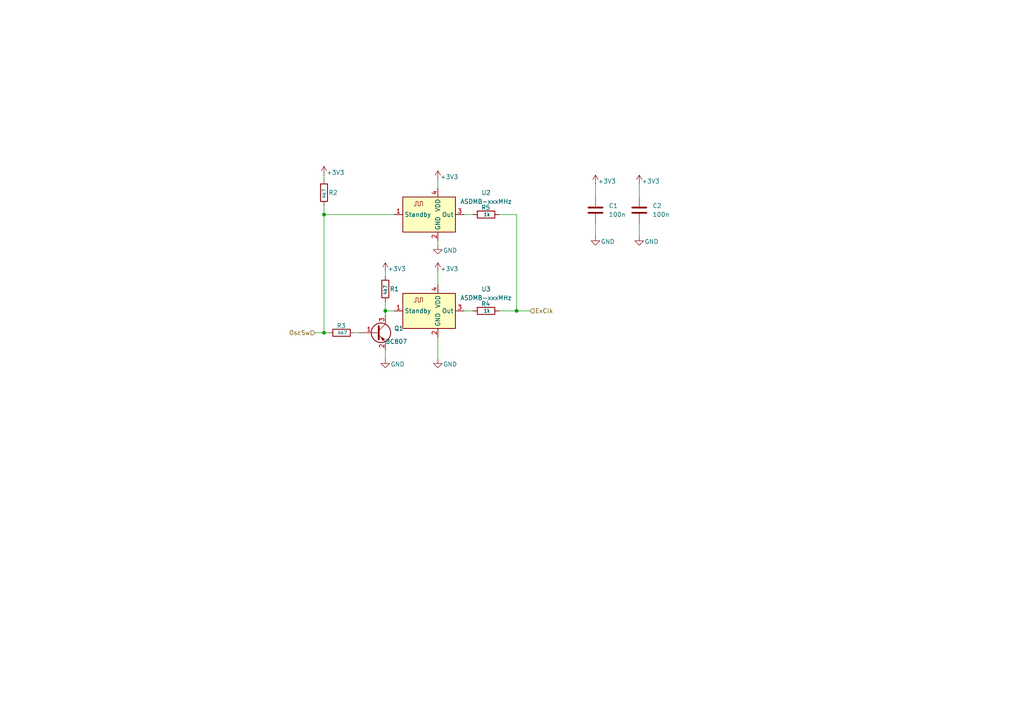
<source format=kicad_sch>
(kicad_sch (version 20231120) (generator "eeschema") (generator_version "8.0")
  (paper "A4")
  (lib_symbols
    (symbol "Device:C" (pin_numbers hide) (pin_names (offset 0.254))
      (property "Reference" "C" (at 0.635 2.54 0))
      (property "Value" "C" (at 0.635 -2.54 0))
      (symbol "C_0_1"
        (polyline (pts (xy -2.032 -0.762) (xy 2.032 -0.762)) (stroke (width 0.508)))
        (polyline (pts (xy -2.032 0.762) (xy 2.032 0.762)) (stroke (width 0.508)))
      )
      (symbol "C_1_1"
        (pin passive line (at 0 3.81 270) (length 2.794) (name "~") (number "1"))
        (pin passive line (at 0 -3.81 90) (length 2.794) (name "~") (number "2"))
      )
    )
    (symbol "Device:R" (pin_numbers hide) (pin_names (offset 0))
      (property "Reference" "R" (at 2.032 0 90))
      (property "Value" "R" (at 0 0 90))
      (symbol "R_0_1"
        (rectangle (start -1.016 -2.54) (end 1.016 2.54) (stroke (width 0.254)))
      )
      (symbol "R_1_1"
        (pin passive line (at 0 3.81 270) (length 1.27) (name "~") (number "1"))
        (pin passive line (at 0 -3.81 90) (length 1.27) (name "~") (number "2"))
      )
    )
    (symbol "Oscillator:ASDMB-xxxMHz"
      (property "Reference" "U" (at -6.35 6.35 0))
      (property "Value" "ASDMB-xxxMHz" (at 11.43 6.35 0))
      (symbol "ASDMB-xxxMHz_1_1"
        (rectangle (start -7.62 5.08) (end 7.62 -5.08) (stroke (width 0.254)) (fill (type background)))
        (polyline (pts (xy -4.445 2.54) (xy -3.81 2.54) (xy -3.81 3.81) (xy -3.175 3.81) (xy -3.175 2.54) (xy -2.54 2.54) (xy -2.54 3.81) (xy -1.905 3.81) (xy -1.905 2.54)))
        (pin input line (at -10.16 0 0) (length 2.54) (name "Standby") (number "1"))
        (pin power_in line (at 2.54 -7.62 90) (length 2.54) (name "GND") (number "2"))
        (pin output line (at 10.16 0 180) (length 2.54) (name "Out") (number "3"))
        (pin power_in line (at 2.54 7.62 270) (length 2.54) (name "VDD") (number "4"))
      )
    )
    (symbol "Transistor_BJT:BC807" (pin_names (offset 0) hide)
      (property "Reference" "Q" (at 5.08 1.905 0))
      (property "Value" "BC807" (at 5.08 0 0))
      (symbol "BC807_0_1"
        (polyline (pts (xy 0.635 0.635) (xy 2.54 2.54)))
        (polyline (pts (xy 0.635 -0.635) (xy 2.54 -2.54) (xy 2.54 -2.54)))
        (polyline (pts (xy 0.635 1.905) (xy 0.635 -1.905) (xy 0.635 -1.905)) (stroke (width 0.508)))
        (polyline (pts (xy 2.286 -1.778) (xy 1.778 -2.286) (xy 1.27 -1.27) (xy 2.286 -1.778) (xy 2.286 -1.778)) (fill (type outline)))
        (circle (center 1.27 0) (radius 2.8194) (stroke (width 0.254)))
      )
      (symbol "BC807_1_1"
        (pin input line (at -5.08 0 0) (length 5.715) (name "B") (number "1"))
        (pin passive line (at 2.54 -5.08 90) (length 2.54) (name "E") (number "2"))
        (pin passive line (at 2.54 5.08 270) (length 2.54) (name "C") (number "3"))
      )
    )
    (symbol "power:+3V3" (power) (pin_numbers hide) (pin_names (offset 0) hide)
      (property "Value" "+3V3" (at 0 3.556 0))
      (symbol "+3V3_0_1"
        (polyline (pts (xy -0.762 1.27) (xy 0 2.54)))
        (polyline (pts (xy 0 0) (xy 0 2.54)))
        (polyline (pts (xy 0 2.54) (xy 0.762 1.27)))
      )
      (symbol "+3V3_1_1"
        (pin power_in line (at 0 0 90) (length 0) (name "~") (number "1"))
      )
    )
    (symbol "power:GND" (power) (pin_numbers hide) (pin_names (offset 0) hide)
      (property "Value" "GND" (at 0 -3.81 0))
      (symbol "GND_0_1"
        (polyline (pts (xy 0 0) (xy 0 -1.27) (xy 1.27 -1.27) (xy 0 -2.54) (xy -1.27 -1.27) (xy 0 -1.27)))
      )
      (symbol "GND_1_1"
        (pin power_in line (at 0 0 270) (length 0) (name "~") (number "1"))
      )
    )
  )
  (junction (at 149.86 90.17))
  (junction (at 111.76 90.17))
  (junction (at 93.98 96.52))
  (junction (at 93.98 62.23))
  (wire (pts (xy 185.42 53.34) (xy 185.42 57.15)))
  (wire (pts (xy 172.72 53.34) (xy 172.72 57.15)))
  (wire (pts (xy 93.98 62.23) (xy 114.3 62.23)))
  (wire (pts (xy 111.76 91.44) (xy 111.76 90.17)))
  (wire (pts (xy 185.42 64.77) (xy 185.42 68.58)))
  (wire (pts (xy 172.72 64.77) (xy 172.72 68.58)))
  (wire (pts (xy 127 97.79) (xy 127 104.14)))
  (wire (pts (xy 134.62 90.17) (xy 137.16 90.17)))
  (wire (pts (xy 111.76 87.63) (xy 111.76 90.17)))
  (wire (pts (xy 134.62 62.23) (xy 137.16 62.23)))
  (wire (pts (xy 93.98 59.69) (xy 93.98 62.23)))
  (wire (pts (xy 111.76 90.17) (xy 114.3 90.17)))
  (wire (pts (xy 104.14 96.52) (xy 102.87 96.52)))
  (wire (pts (xy 111.76 101.6) (xy 111.76 104.14)))
  (wire (pts (xy 127 69.85) (xy 127 71.12)))
  (wire (pts (xy 149.86 90.17) (xy 153.67 90.17)))
  (wire (pts (xy 111.76 78.74) (xy 111.76 80.01)))
  (wire (pts (xy 93.98 96.52) (xy 95.25 96.52)))
  (wire (pts (xy 149.86 62.23) (xy 149.86 90.17)))
  (wire (pts (xy 127 78.74) (xy 127 82.55)))
  (wire (pts (xy 127 52.07) (xy 127 54.61)))
  (wire (pts (xy 91.44 96.52) (xy 93.98 96.52)))
  (wire (pts (xy 149.86 90.17) (xy 144.78 90.17)))
  (wire (pts (xy 93.98 62.23) (xy 93.98 96.52)))
  (wire (pts (xy 149.86 62.23) (xy 144.78 62.23)))
  (wire (pts (xy 93.98 50.8) (xy 93.98 52.07)))
  (hierarchical_label "ExClk" (shape input) (at 153.67 90.17 0))
  (hierarchical_label "OscSw" (shape input) (at 91.44 96.52 180))
  (symbol (lib_id "Device:R") (at 111.76 83.82 0) (unit 1)
    (property "Reference" "R1" (at 113.03 83.82 0) (effects (justify left)))
    (property "Value" "4k7" (at 111.76 84.074 90) (effects (font (size 1.016 1.016))))
    (property "Description" "Resistor" (effects (hide yes)))
  )
  (symbol (lib_id "Transistor_BJT:BC807") (at 109.22 96.52 0) (unit 1)
    (property "Reference" "Q1" (at 114.3 95.2499 0) (effects (justify left)))
    (property "Value" "BC807" (at 111.76 99.0599 0) (effects (justify left)))
    (property "Footprint" "Package_TO_SOT_SMD:SOT-23" (effects (hide yes)))
    (property "Datasheet" "https://www.onsemi.com/pub/Collateral/BC808-D.pdf" (effects (hide yes)))
    (property "Description" "0.8A Ic, 45V Vce, PNP Transistor, SOT-23" (effects (hide yes)))
  )
  (symbol (lib_id "Oscillator:ASDMB-xxxMHz") (at 124.46 90.17 0) (unit 1)
    (property "Reference" "U3" (at 140.97 83.8514 0))
    (property "Value" "ASDMB-xxxMHz" (at 140.97 86.3914 0))
    (property "Footprint" "Oscillator:Oscillator_SMD_Abracon_ASDMB-4Pin_2.5x2.0mm" (effects (hide yes)))
    (property "Datasheet" "https://abracon.com/Oscillators/ASDMB.pdf" (effects (hide yes)))
    (property "Description" "1.8-3.3V SMD Ultra Miniature Crystal Clock Oscillator, Abracon" (effects (hide yes)))
  )
  (symbol (lib_id "power:GND") (at 127 104.14 0) (unit 1)
    (property "Reference" "#PWR06" (effects (hide yes)))
    (property "Value" "GND" (at 130.556 105.664 0))
    (property "Description" "Power symbol creates a global label with name \"GND\" , ground" (effects (hide yes)))
  )
  (symbol (lib_id "power:+3V3") (at 127 78.74 0) (unit 1)
    (property "Reference" "#PWR04" (effects (hide yes)))
    (property "Value" "+3V3" (at 130.302 77.978 0))
    (property "Description" "Power symbol creates a global label with name \"+3V3\"" (effects (hide yes)))
  )
  (symbol (lib_id "Device:C") (at 185.42 60.96 0) (unit 1)
    (property "Reference" "C2" (at 189.23 59.6899 0) (effects (justify left)))
    (property "Value" "100n" (at 189.23 62.2299 0) (effects (justify left)))
    (property "Description" "Unpolarized capacitor" (effects (hide yes)))
  )
  (symbol (lib_id "Device:R") (at 99.06 96.52 90) (unit 1)
    (property "Reference" "R3" (at 100.33 94.488 90) (effects (justify left)))
    (property "Value" "4k7" (at 99.314 96.52 90) (effects (font (size 1.016 1.016))))
    (property "Description" "Resistor" (effects (hide yes)))
  )
  (symbol (lib_id "power:GND") (at 111.76 104.14 0) (unit 1)
    (property "Reference" "#PWR05" (effects (hide yes)))
    (property "Value" "GND" (at 115.316 105.664 0))
    (property "Description" "Power symbol creates a global label with name \"GND\" , ground" (effects (hide yes)))
  )
  (symbol (lib_id "power:+3V3") (at 185.42 53.34 0) (unit 1)
    (property "Reference" "#PWR09" (effects (hide yes)))
    (property "Value" "+3V3" (at 188.722 52.578 0))
    (property "Description" "Power symbol creates a global label with name \"+3V3\"" (effects (hide yes)))
  )
  (symbol (lib_id "power:+3V3") (at 172.72 53.34 0) (unit 1)
    (property "Reference" "#PWR08" (effects (hide yes)))
    (property "Value" "+3V3" (at 176.022 52.578 0))
    (property "Description" "Power symbol creates a global label with name \"+3V3\"" (effects (hide yes)))
  )
  (symbol (lib_id "Device:C") (at 172.72 60.96 0) (unit 1)
    (property "Reference" "C1" (at 176.53 59.6899 0) (effects (justify left)))
    (property "Value" "100n" (at 176.53 62.2299 0) (effects (justify left)))
    (property "Description" "Unpolarized capacitor" (effects (hide yes)))
  )
  (symbol (lib_id "power:GND") (at 127 71.12 0) (unit 1)
    (property "Reference" "#PWR07" (effects (hide yes)))
    (property "Value" "GND" (at 130.556 72.644 0))
    (property "Description" "Power symbol creates a global label with name \"GND\" , ground" (effects (hide yes)))
  )
  (symbol (lib_id "Oscillator:ASDMB-xxxMHz") (at 124.46 62.23 0) (unit 1)
    (property "Reference" "U2" (at 140.97 55.9114 0))
    (property "Value" "ASDMB-xxxMHz" (at 140.97 58.4514 0))
    (property "Footprint" "Oscillator:Oscillator_SMD_Abracon_ASDMB-4Pin_2.5x2.0mm" (effects (hide yes)))
    (property "Datasheet" "https://abracon.com/Oscillators/ASDMB.pdf" (effects (hide yes)))
    (property "Description" "1.8-3.3V SMD Ultra Miniature Crystal Clock Oscillator, Abracon" (effects (hide yes)))
  )
  (symbol (lib_id "power:GND") (at 172.72 68.58 0) (unit 1)
    (property "Reference" "#PWR010" (effects (hide yes)))
    (property "Value" "GND" (at 176.276 70.104 0))
    (property "Description" "Power symbol creates a global label with name \"GND\" , ground" (effects (hide yes)))
  )
  (symbol (lib_id "Device:R") (at 140.97 90.17 90) (unit 1)
    (property "Reference" "R4" (at 142.24 88.138 90) (effects (justify left)))
    (property "Value" "1k" (at 141.224 90.17 90) (effects (font (size 1.016 1.016))))
    (property "Description" "Resistor" (effects (hide yes)))
  )
  (symbol (lib_id "power:+3V3") (at 111.76 78.74 0) (unit 1)
    (property "Reference" "#PWR03" (effects (hide yes)))
    (property "Value" "+3V3" (at 115.062 77.978 0))
    (property "Description" "Power symbol creates a global label with name \"+3V3\"" (effects (hide yes)))
  )
  (symbol (lib_id "Device:R") (at 93.98 55.88 0) (unit 1)
    (property "Reference" "R2" (at 95.25 55.88 0) (effects (justify left)))
    (property "Value" "4k7" (at 93.98 56.134 90) (effects (font (size 1.016 1.016))))
    (property "Description" "Resistor" (effects (hide yes)))
  )
  (symbol (lib_id "power:+3V3") (at 127 52.07 0) (unit 1)
    (property "Reference" "#PWR02" (effects (hide yes)))
    (property "Value" "+3V3" (at 130.302 51.308 0))
    (property "Description" "Power symbol creates a global label with name \"+3V3\"" (effects (hide yes)))
  )
  (symbol (lib_id "power:+3V3") (at 93.98 50.8 0) (unit 1)
    (property "Reference" "#PWR01" (effects (hide yes)))
    (property "Value" "+3V3" (at 97.282 50.038 0))
    (property "Description" "Power symbol creates a global label with name \"+3V3\"" (effects (hide yes)))
  )
  (symbol (lib_id "power:GND") (at 185.42 68.58 0) (unit 1)
    (property "Reference" "#PWR011" (effects (hide yes)))
    (property "Value" "GND" (at 188.976 70.104 0))
    (property "Description" "Power symbol creates a global label with name \"GND\" , ground" (effects (hide yes)))
  )
  (symbol (lib_id "Device:R") (at 140.97 62.23 90) (unit 1)
    (property "Reference" "R5" (at 142.24 60.198 90) (effects (justify left)))
    (property "Value" "1k" (at 141.224 62.23 90) (effects (font (size 1.016 1.016))))
    (property "Description" "Resistor" (effects (hide yes)))
  )
)
</source>
